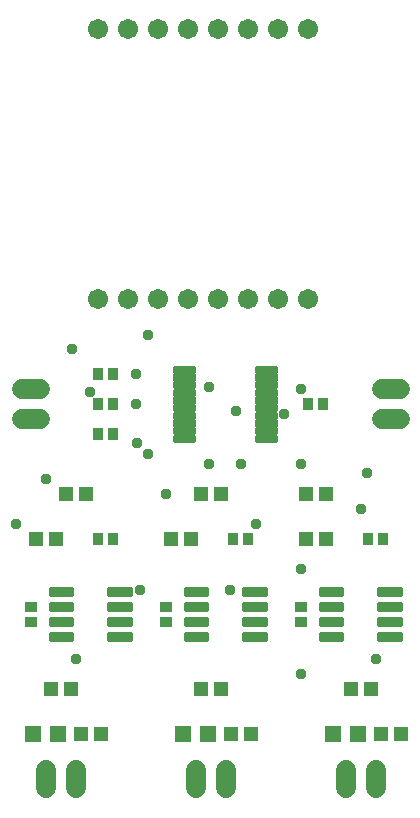
<source format=gbr>
G04 EAGLE Gerber RS-274X export*
G75*
%MOMM*%
%FSLAX34Y34*%
%LPD*%
%INSoldermask Top*%
%IPPOS*%
%AMOC8*
5,1,8,0,0,1.08239X$1,22.5*%
G01*
%ADD10R,0.903200X1.103200*%
%ADD11R,1.103200X0.903200*%
%ADD12C,1.727200*%
%ADD13R,1.403200X1.403200*%
%ADD14R,1.203200X1.303200*%
%ADD15C,1.711200*%
%ADD16C,0.322038*%
%ADD17C,0.321103*%
%ADD18C,0.959600*%


D10*
X95100Y381000D03*
X108100Y381000D03*
X272900Y355600D03*
X285900Y355600D03*
D11*
X38100Y171300D03*
X38100Y184300D03*
D10*
X95100Y241300D03*
X108100Y241300D03*
X95100Y355600D03*
X108100Y355600D03*
D11*
X152400Y171300D03*
X152400Y184300D03*
D10*
X209400Y241300D03*
X222400Y241300D03*
X95100Y330200D03*
X108100Y330200D03*
D11*
X266700Y171300D03*
X266700Y184300D03*
D10*
X323700Y241300D03*
X336700Y241300D03*
D12*
X50800Y45720D02*
X50800Y30480D01*
X76200Y30480D02*
X76200Y45720D01*
X177800Y45720D02*
X177800Y30480D01*
X203200Y30480D02*
X203200Y45720D01*
X304800Y45720D02*
X304800Y30480D01*
X330200Y30480D02*
X330200Y45720D01*
X45720Y342900D02*
X30480Y342900D01*
X30480Y368300D02*
X45720Y368300D01*
X335280Y342900D02*
X350520Y342900D01*
X350520Y368300D02*
X335280Y368300D01*
D13*
X40300Y76200D03*
X61300Y76200D03*
X167300Y76200D03*
X188300Y76200D03*
X294300Y76200D03*
X315300Y76200D03*
D14*
X42300Y241300D03*
X59300Y241300D03*
X55000Y114300D03*
X72000Y114300D03*
X182000Y114300D03*
X199000Y114300D03*
X309000Y114300D03*
X326000Y114300D03*
X156600Y241300D03*
X173600Y241300D03*
X270900Y241300D03*
X287900Y241300D03*
X80400Y76200D03*
X97400Y76200D03*
X207400Y76200D03*
X224400Y76200D03*
X334400Y76200D03*
X351400Y76200D03*
X67700Y279400D03*
X84700Y279400D03*
X182000Y279400D03*
X199000Y279400D03*
X270900Y279400D03*
X287900Y279400D03*
D15*
X247650Y444500D03*
X222250Y444500D03*
X196850Y444500D03*
X171450Y444500D03*
X146050Y444500D03*
X120650Y444500D03*
X95250Y444500D03*
X247650Y673100D03*
X222250Y673100D03*
X196850Y673100D03*
X171450Y673100D03*
X146050Y673100D03*
X120650Y673100D03*
X95250Y673100D03*
X273050Y444500D03*
X273050Y673100D03*
D16*
X73432Y194435D02*
X54966Y194435D01*
X54966Y199265D01*
X73432Y199265D01*
X73432Y194435D01*
X73432Y197494D02*
X54966Y197494D01*
X54966Y181735D02*
X73432Y181735D01*
X54966Y181735D02*
X54966Y186565D01*
X73432Y186565D01*
X73432Y181735D01*
X73432Y184794D02*
X54966Y184794D01*
X54966Y169035D02*
X73432Y169035D01*
X54966Y169035D02*
X54966Y173865D01*
X73432Y173865D01*
X73432Y169035D01*
X73432Y172094D02*
X54966Y172094D01*
X54966Y156335D02*
X73432Y156335D01*
X54966Y156335D02*
X54966Y161165D01*
X73432Y161165D01*
X73432Y156335D01*
X73432Y159394D02*
X54966Y159394D01*
X104368Y156335D02*
X122834Y156335D01*
X104368Y156335D02*
X104368Y161165D01*
X122834Y161165D01*
X122834Y156335D01*
X122834Y159394D02*
X104368Y159394D01*
X104368Y169035D02*
X122834Y169035D01*
X104368Y169035D02*
X104368Y173865D01*
X122834Y173865D01*
X122834Y169035D01*
X122834Y172094D02*
X104368Y172094D01*
X104368Y181735D02*
X122834Y181735D01*
X104368Y181735D02*
X104368Y186565D01*
X122834Y186565D01*
X122834Y181735D01*
X122834Y184794D02*
X104368Y184794D01*
X104368Y194435D02*
X122834Y194435D01*
X104368Y194435D02*
X104368Y199265D01*
X122834Y199265D01*
X122834Y194435D01*
X122834Y197494D02*
X104368Y197494D01*
X169266Y194435D02*
X187732Y194435D01*
X169266Y194435D02*
X169266Y199265D01*
X187732Y199265D01*
X187732Y194435D01*
X187732Y197494D02*
X169266Y197494D01*
X169266Y181735D02*
X187732Y181735D01*
X169266Y181735D02*
X169266Y186565D01*
X187732Y186565D01*
X187732Y181735D01*
X187732Y184794D02*
X169266Y184794D01*
X169266Y169035D02*
X187732Y169035D01*
X169266Y169035D02*
X169266Y173865D01*
X187732Y173865D01*
X187732Y169035D01*
X187732Y172094D02*
X169266Y172094D01*
X169266Y156335D02*
X187732Y156335D01*
X169266Y156335D02*
X169266Y161165D01*
X187732Y161165D01*
X187732Y156335D01*
X187732Y159394D02*
X169266Y159394D01*
X218668Y156335D02*
X237134Y156335D01*
X218668Y156335D02*
X218668Y161165D01*
X237134Y161165D01*
X237134Y156335D01*
X237134Y159394D02*
X218668Y159394D01*
X218668Y169035D02*
X237134Y169035D01*
X218668Y169035D02*
X218668Y173865D01*
X237134Y173865D01*
X237134Y169035D01*
X237134Y172094D02*
X218668Y172094D01*
X218668Y181735D02*
X237134Y181735D01*
X218668Y181735D02*
X218668Y186565D01*
X237134Y186565D01*
X237134Y181735D01*
X237134Y184794D02*
X218668Y184794D01*
X218668Y194435D02*
X237134Y194435D01*
X218668Y194435D02*
X218668Y199265D01*
X237134Y199265D01*
X237134Y194435D01*
X237134Y197494D02*
X218668Y197494D01*
X283566Y194435D02*
X302032Y194435D01*
X283566Y194435D02*
X283566Y199265D01*
X302032Y199265D01*
X302032Y194435D01*
X302032Y197494D02*
X283566Y197494D01*
X283566Y181735D02*
X302032Y181735D01*
X283566Y181735D02*
X283566Y186565D01*
X302032Y186565D01*
X302032Y181735D01*
X302032Y184794D02*
X283566Y184794D01*
X283566Y169035D02*
X302032Y169035D01*
X283566Y169035D02*
X283566Y173865D01*
X302032Y173865D01*
X302032Y169035D01*
X302032Y172094D02*
X283566Y172094D01*
X283566Y156335D02*
X302032Y156335D01*
X283566Y156335D02*
X283566Y161165D01*
X302032Y161165D01*
X302032Y156335D01*
X302032Y159394D02*
X283566Y159394D01*
X332968Y156335D02*
X351434Y156335D01*
X332968Y156335D02*
X332968Y161165D01*
X351434Y161165D01*
X351434Y156335D01*
X351434Y159394D02*
X332968Y159394D01*
X332968Y169035D02*
X351434Y169035D01*
X332968Y169035D02*
X332968Y173865D01*
X351434Y173865D01*
X351434Y169035D01*
X351434Y172094D02*
X332968Y172094D01*
X332968Y181735D02*
X351434Y181735D01*
X332968Y181735D02*
X332968Y186565D01*
X351434Y186565D01*
X351434Y181735D01*
X351434Y184794D02*
X332968Y184794D01*
X332968Y194435D02*
X351434Y194435D01*
X332968Y194435D02*
X332968Y199265D01*
X351434Y199265D01*
X351434Y194435D01*
X351434Y197494D02*
X332968Y197494D01*
D17*
X176511Y383039D02*
X160689Y383039D01*
X160689Y386661D01*
X176511Y386661D01*
X176511Y383039D01*
X176511Y386089D02*
X160689Y386089D01*
X160689Y376539D02*
X176511Y376539D01*
X160689Y376539D02*
X160689Y380161D01*
X176511Y380161D01*
X176511Y376539D01*
X176511Y379589D02*
X160689Y379589D01*
X160689Y370039D02*
X176511Y370039D01*
X160689Y370039D02*
X160689Y373661D01*
X176511Y373661D01*
X176511Y370039D01*
X176511Y373089D02*
X160689Y373089D01*
X160689Y363539D02*
X176511Y363539D01*
X160689Y363539D02*
X160689Y367161D01*
X176511Y367161D01*
X176511Y363539D01*
X176511Y366589D02*
X160689Y366589D01*
X160689Y357039D02*
X176511Y357039D01*
X160689Y357039D02*
X160689Y360661D01*
X176511Y360661D01*
X176511Y357039D01*
X176511Y360089D02*
X160689Y360089D01*
X160689Y350539D02*
X176511Y350539D01*
X160689Y350539D02*
X160689Y354161D01*
X176511Y354161D01*
X176511Y350539D01*
X176511Y353589D02*
X160689Y353589D01*
X160689Y344039D02*
X176511Y344039D01*
X160689Y344039D02*
X160689Y347661D01*
X176511Y347661D01*
X176511Y344039D01*
X176511Y347089D02*
X160689Y347089D01*
X160689Y337539D02*
X176511Y337539D01*
X160689Y337539D02*
X160689Y341161D01*
X176511Y341161D01*
X176511Y337539D01*
X176511Y340589D02*
X160689Y340589D01*
X160689Y331039D02*
X176511Y331039D01*
X160689Y331039D02*
X160689Y334661D01*
X176511Y334661D01*
X176511Y331039D01*
X176511Y334089D02*
X160689Y334089D01*
X160689Y324539D02*
X176511Y324539D01*
X160689Y324539D02*
X160689Y328161D01*
X176511Y328161D01*
X176511Y324539D01*
X176511Y327589D02*
X160689Y327589D01*
X229889Y324539D02*
X245711Y324539D01*
X229889Y324539D02*
X229889Y328161D01*
X245711Y328161D01*
X245711Y324539D01*
X245711Y327589D02*
X229889Y327589D01*
X229889Y331039D02*
X245711Y331039D01*
X229889Y331039D02*
X229889Y334661D01*
X245711Y334661D01*
X245711Y331039D01*
X245711Y334089D02*
X229889Y334089D01*
X229889Y337539D02*
X245711Y337539D01*
X229889Y337539D02*
X229889Y341161D01*
X245711Y341161D01*
X245711Y337539D01*
X245711Y340589D02*
X229889Y340589D01*
X229889Y344039D02*
X245711Y344039D01*
X229889Y344039D02*
X229889Y347661D01*
X245711Y347661D01*
X245711Y344039D01*
X245711Y347089D02*
X229889Y347089D01*
X229889Y350539D02*
X245711Y350539D01*
X229889Y350539D02*
X229889Y354161D01*
X245711Y354161D01*
X245711Y350539D01*
X245711Y353589D02*
X229889Y353589D01*
X229889Y357039D02*
X245711Y357039D01*
X229889Y357039D02*
X229889Y360661D01*
X245711Y360661D01*
X245711Y357039D01*
X245711Y360089D02*
X229889Y360089D01*
X229889Y363539D02*
X245711Y363539D01*
X229889Y363539D02*
X229889Y367161D01*
X245711Y367161D01*
X245711Y363539D01*
X245711Y366589D02*
X229889Y366589D01*
X229889Y370039D02*
X245711Y370039D01*
X229889Y370039D02*
X229889Y373661D01*
X245711Y373661D01*
X245711Y370039D01*
X245711Y373089D02*
X229889Y373089D01*
X229889Y376539D02*
X245711Y376539D01*
X229889Y376539D02*
X229889Y380161D01*
X245711Y380161D01*
X245711Y376539D01*
X245711Y379589D02*
X229889Y379589D01*
X229889Y383039D02*
X245711Y383039D01*
X229889Y383039D02*
X229889Y386661D01*
X245711Y386661D01*
X245711Y383039D01*
X245711Y386089D02*
X229889Y386089D01*
D18*
X73152Y402336D03*
X50800Y292100D03*
X25400Y254000D03*
X215900Y304800D03*
X152400Y279400D03*
X266700Y368300D03*
X266700Y127000D03*
X330200Y139700D03*
X228600Y254000D03*
X266700Y304800D03*
X266700Y215900D03*
X317500Y266700D03*
X76200Y139700D03*
X127000Y381000D03*
X127000Y355600D03*
X131064Y198120D03*
X207264Y198120D03*
X322580Y297180D03*
X212344Y349758D03*
X188976Y304800D03*
X128016Y323088D03*
X137160Y313944D03*
X88392Y365760D03*
X137160Y414528D03*
X252984Y347472D03*
X188722Y370586D03*
M02*

</source>
